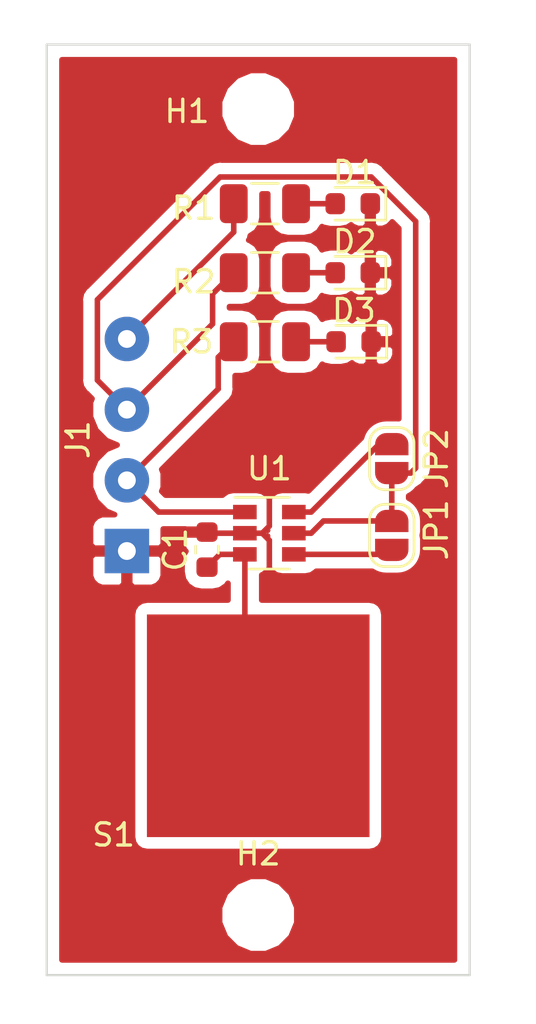
<source format=kicad_pcb>
(kicad_pcb (version 20171130) (host pcbnew 5.0.2-bee76a0~70~ubuntu18.04.1)

  (general
    (thickness 1.6)
    (drawings 4)
    (tracks 48)
    (zones 0)
    (modules 14)
    (nets 11)
  )

  (page A4)
  (layers
    (0 F.Cu signal)
    (31 B.Cu signal)
    (32 B.Adhes user)
    (33 F.Adhes user)
    (34 B.Paste user)
    (35 F.Paste user)
    (36 B.SilkS user)
    (37 F.SilkS user)
    (38 B.Mask user)
    (39 F.Mask user)
    (40 Dwgs.User user)
    (41 Cmts.User user)
    (42 Eco1.User user)
    (43 Eco2.User user)
    (44 Edge.Cuts user)
    (45 Margin user)
    (46 B.CrtYd user)
    (47 F.CrtYd user)
    (48 B.Fab user)
    (49 F.Fab user hide)
  )

  (setup
    (last_trace_width 0.25)
    (trace_clearance 0.2)
    (zone_clearance 0.508)
    (zone_45_only no)
    (trace_min 0.2)
    (segment_width 0.2)
    (edge_width 0.1)
    (via_size 0.8)
    (via_drill 0.4)
    (via_min_size 0.4)
    (via_min_drill 0.3)
    (uvia_size 0.3)
    (uvia_drill 0.1)
    (uvias_allowed no)
    (uvia_min_size 0.2)
    (uvia_min_drill 0.1)
    (pcb_text_width 0.3)
    (pcb_text_size 1.5 1.5)
    (mod_edge_width 0.15)
    (mod_text_size 1 1)
    (mod_text_width 0.15)
    (pad_size 10 10)
    (pad_drill 0)
    (pad_to_mask_clearance 0)
    (solder_mask_min_width 0.25)
    (aux_axis_origin 0 0)
    (visible_elements FFFFFF7F)
    (pcbplotparams
      (layerselection 0x010fc_ffffffff)
      (usegerberextensions true)
      (usegerberattributes false)
      (usegerberadvancedattributes false)
      (creategerberjobfile false)
      (excludeedgelayer true)
      (linewidth 0.100000)
      (plotframeref false)
      (viasonmask false)
      (mode 1)
      (useauxorigin false)
      (hpglpennumber 1)
      (hpglpenspeed 20)
      (hpglpendiameter 15.000000)
      (psnegative false)
      (psa4output false)
      (plotreference true)
      (plotvalue true)
      (plotinvisibletext false)
      (padsonsilk false)
      (subtractmaskfromsilk false)
      (outputformat 1)
      (mirror false)
      (drillshape 0)
      (scaleselection 1)
      (outputdirectory "Gerber/v1_5/"))
  )

  (net 0 "")
  (net 1 "Net-(C1-Pad1)")
  (net 2 "Net-(C1-Pad2)")
  (net 3 "Net-(D1-Pad2)")
  (net 4 "Net-(D2-Pad2)")
  (net 5 "Net-(D3-Pad2)")
  (net 6 "Net-(J1-Pad2)")
  (net 7 "Net-(J1-Pad3)")
  (net 8 "Net-(J1-Pad4)")
  (net 9 "Net-(JP1-Pad1)")
  (net 10 "Net-(JP2-Pad1)")

  (net_class Default "This is the default net class."
    (clearance 0.2)
    (trace_width 0.25)
    (via_dia 0.8)
    (via_drill 0.4)
    (uvia_dia 0.3)
    (uvia_drill 0.1)
    (add_net "Net-(C1-Pad1)")
    (add_net "Net-(C1-Pad2)")
    (add_net "Net-(D1-Pad2)")
    (add_net "Net-(D2-Pad2)")
    (add_net "Net-(D3-Pad2)")
    (add_net "Net-(J1-Pad2)")
    (add_net "Net-(J1-Pad3)")
    (add_net "Net-(J1-Pad4)")
    (add_net "Net-(JP1-Pad1)")
    (add_net "Net-(JP2-Pad1)")
  )

  (module Capacitor_SMD:C_0603_1608Metric (layer F.Cu) (tedit 5B301BBE) (tstamp 5D3586B3)
    (at 111.2 95.6875 90)
    (descr "Capacitor SMD 0603 (1608 Metric), square (rectangular) end terminal, IPC_7351 nominal, (Body size source: http://www.tortai-tech.com/upload/download/2011102023233369053.pdf), generated with kicad-footprint-generator")
    (tags capacitor)
    (path /5D357F6A)
    (attr smd)
    (fp_text reference C1 (at 0 -1.43 90) (layer F.SilkS)
      (effects (font (size 1 1) (thickness 0.15)))
    )
    (fp_text value 30pF (at 0 1.43 90) (layer F.Fab)
      (effects (font (size 1 1) (thickness 0.15)))
    )
    (fp_line (start -0.8 0.4) (end -0.8 -0.4) (layer F.Fab) (width 0.1))
    (fp_line (start -0.8 -0.4) (end 0.8 -0.4) (layer F.Fab) (width 0.1))
    (fp_line (start 0.8 -0.4) (end 0.8 0.4) (layer F.Fab) (width 0.1))
    (fp_line (start 0.8 0.4) (end -0.8 0.4) (layer F.Fab) (width 0.1))
    (fp_line (start -0.162779 -0.51) (end 0.162779 -0.51) (layer F.SilkS) (width 0.12))
    (fp_line (start -0.162779 0.51) (end 0.162779 0.51) (layer F.SilkS) (width 0.12))
    (fp_line (start -1.48 0.73) (end -1.48 -0.73) (layer F.CrtYd) (width 0.05))
    (fp_line (start -1.48 -0.73) (end 1.48 -0.73) (layer F.CrtYd) (width 0.05))
    (fp_line (start 1.48 -0.73) (end 1.48 0.73) (layer F.CrtYd) (width 0.05))
    (fp_line (start 1.48 0.73) (end -1.48 0.73) (layer F.CrtYd) (width 0.05))
    (fp_text user %R (at 0 0 90) (layer F.Fab)
      (effects (font (size 0.4 0.4) (thickness 0.06)))
    )
    (pad 1 smd roundrect (at -0.7875 0 90) (size 0.875 0.95) (layers F.Cu F.Paste F.Mask) (roundrect_rratio 0.25)
      (net 1 "Net-(C1-Pad1)"))
    (pad 2 smd roundrect (at 0.7875 0 90) (size 0.875 0.95) (layers F.Cu F.Paste F.Mask) (roundrect_rratio 0.25)
      (net 2 "Net-(C1-Pad2)"))
    (model ${KISYS3DMOD}/Capacitor_SMD.3dshapes/C_0603_1608Metric.wrl
      (at (xyz 0 0 0))
      (scale (xyz 1 1 1))
      (rotate (xyz 0 0 0))
    )
  )

  (module LED_SMD:LED_0603_1608Metric (layer F.Cu) (tedit 5B301BBE) (tstamp 5D3586C6)
    (at 117.7475 80.15 180)
    (descr "LED SMD 0603 (1608 Metric), square (rectangular) end terminal, IPC_7351 nominal, (Body size source: http://www.tortai-tech.com/upload/download/2011102023233369053.pdf), generated with kicad-footprint-generator")
    (tags diode)
    (path /5D354EE5)
    (attr smd)
    (fp_text reference D1 (at -0.0875 1.4 180) (layer F.SilkS)
      (effects (font (size 1 1) (thickness 0.15)))
    )
    (fp_text value LED_Small (at 0 1.43 180) (layer F.Fab)
      (effects (font (size 1 1) (thickness 0.15)))
    )
    (fp_line (start 0.8 -0.4) (end -0.5 -0.4) (layer F.Fab) (width 0.1))
    (fp_line (start -0.5 -0.4) (end -0.8 -0.1) (layer F.Fab) (width 0.1))
    (fp_line (start -0.8 -0.1) (end -0.8 0.4) (layer F.Fab) (width 0.1))
    (fp_line (start -0.8 0.4) (end 0.8 0.4) (layer F.Fab) (width 0.1))
    (fp_line (start 0.8 0.4) (end 0.8 -0.4) (layer F.Fab) (width 0.1))
    (fp_line (start 0.8 -0.735) (end -1.485 -0.735) (layer F.SilkS) (width 0.12))
    (fp_line (start -1.485 -0.735) (end -1.485 0.735) (layer F.SilkS) (width 0.12))
    (fp_line (start -1.485 0.735) (end 0.8 0.735) (layer F.SilkS) (width 0.12))
    (fp_line (start -1.48 0.73) (end -1.48 -0.73) (layer F.CrtYd) (width 0.05))
    (fp_line (start -1.48 -0.73) (end 1.48 -0.73) (layer F.CrtYd) (width 0.05))
    (fp_line (start 1.48 -0.73) (end 1.48 0.73) (layer F.CrtYd) (width 0.05))
    (fp_line (start 1.48 0.73) (end -1.48 0.73) (layer F.CrtYd) (width 0.05))
    (fp_text user %R (at 0 0 180) (layer F.Fab)
      (effects (font (size 0.4 0.4) (thickness 0.06)))
    )
    (pad 1 smd roundrect (at -0.7875 0 180) (size 0.875 0.95) (layers F.Cu F.Paste F.Mask) (roundrect_rratio 0.25)
      (net 2 "Net-(C1-Pad2)"))
    (pad 2 smd roundrect (at 0.7875 0 180) (size 0.875 0.95) (layers F.Cu F.Paste F.Mask) (roundrect_rratio 0.25)
      (net 3 "Net-(D1-Pad2)"))
    (model ${KISYS3DMOD}/LED_SMD.3dshapes/LED_0603_1608Metric.wrl
      (at (xyz 0 0 0))
      (scale (xyz 1 1 1))
      (rotate (xyz 0 0 0))
    )
  )

  (module LED_SMD:LED_0603_1608Metric (layer F.Cu) (tedit 5B301BBE) (tstamp 5D3586D9)
    (at 117.7475 83.25 180)
    (descr "LED SMD 0603 (1608 Metric), square (rectangular) end terminal, IPC_7351 nominal, (Body size source: http://www.tortai-tech.com/upload/download/2011102023233369053.pdf), generated with kicad-footprint-generator")
    (tags diode)
    (path /5D354FAC)
    (attr smd)
    (fp_text reference D2 (at -0.0875 1.4 180) (layer F.SilkS)
      (effects (font (size 1 1) (thickness 0.15)))
    )
    (fp_text value LED_Small (at 0 1.43 180) (layer F.Fab)
      (effects (font (size 1 1) (thickness 0.15)))
    )
    (fp_text user %R (at 0 0 180) (layer F.Fab)
      (effects (font (size 0.4 0.4) (thickness 0.06)))
    )
    (fp_line (start 1.48 0.73) (end -1.48 0.73) (layer F.CrtYd) (width 0.05))
    (fp_line (start 1.48 -0.73) (end 1.48 0.73) (layer F.CrtYd) (width 0.05))
    (fp_line (start -1.48 -0.73) (end 1.48 -0.73) (layer F.CrtYd) (width 0.05))
    (fp_line (start -1.48 0.73) (end -1.48 -0.73) (layer F.CrtYd) (width 0.05))
    (fp_line (start -1.485 0.735) (end 0.8 0.735) (layer F.SilkS) (width 0.12))
    (fp_line (start -1.485 -0.735) (end -1.485 0.735) (layer F.SilkS) (width 0.12))
    (fp_line (start 0.8 -0.735) (end -1.485 -0.735) (layer F.SilkS) (width 0.12))
    (fp_line (start 0.8 0.4) (end 0.8 -0.4) (layer F.Fab) (width 0.1))
    (fp_line (start -0.8 0.4) (end 0.8 0.4) (layer F.Fab) (width 0.1))
    (fp_line (start -0.8 -0.1) (end -0.8 0.4) (layer F.Fab) (width 0.1))
    (fp_line (start -0.5 -0.4) (end -0.8 -0.1) (layer F.Fab) (width 0.1))
    (fp_line (start 0.8 -0.4) (end -0.5 -0.4) (layer F.Fab) (width 0.1))
    (pad 2 smd roundrect (at 0.7875 0 180) (size 0.875 0.95) (layers F.Cu F.Paste F.Mask) (roundrect_rratio 0.25)
      (net 4 "Net-(D2-Pad2)"))
    (pad 1 smd roundrect (at -0.7875 0 180) (size 0.875 0.95) (layers F.Cu F.Paste F.Mask) (roundrect_rratio 0.25)
      (net 2 "Net-(C1-Pad2)"))
    (model ${KISYS3DMOD}/LED_SMD.3dshapes/LED_0603_1608Metric.wrl
      (at (xyz 0 0 0))
      (scale (xyz 1 1 1))
      (rotate (xyz 0 0 0))
    )
  )

  (module LED_SMD:LED_0603_1608Metric (layer F.Cu) (tedit 5B301BBE) (tstamp 5D3586EC)
    (at 117.7875 86.35 180)
    (descr "LED SMD 0603 (1608 Metric), square (rectangular) end terminal, IPC_7351 nominal, (Body size source: http://www.tortai-tech.com/upload/download/2011102023233369053.pdf), generated with kicad-footprint-generator")
    (tags diode)
    (path /5D35627F)
    (attr smd)
    (fp_text reference D3 (at -0.0125 1.4 180) (layer F.SilkS)
      (effects (font (size 1 1) (thickness 0.15)))
    )
    (fp_text value LED_Small (at 0 1.43 180) (layer F.Fab)
      (effects (font (size 1 1) (thickness 0.15)))
    )
    (fp_line (start 0.8 -0.4) (end -0.5 -0.4) (layer F.Fab) (width 0.1))
    (fp_line (start -0.5 -0.4) (end -0.8 -0.1) (layer F.Fab) (width 0.1))
    (fp_line (start -0.8 -0.1) (end -0.8 0.4) (layer F.Fab) (width 0.1))
    (fp_line (start -0.8 0.4) (end 0.8 0.4) (layer F.Fab) (width 0.1))
    (fp_line (start 0.8 0.4) (end 0.8 -0.4) (layer F.Fab) (width 0.1))
    (fp_line (start 0.8 -0.735) (end -1.485 -0.735) (layer F.SilkS) (width 0.12))
    (fp_line (start -1.485 -0.735) (end -1.485 0.735) (layer F.SilkS) (width 0.12))
    (fp_line (start -1.485 0.735) (end 0.8 0.735) (layer F.SilkS) (width 0.12))
    (fp_line (start -1.48 0.73) (end -1.48 -0.73) (layer F.CrtYd) (width 0.05))
    (fp_line (start -1.48 -0.73) (end 1.48 -0.73) (layer F.CrtYd) (width 0.05))
    (fp_line (start 1.48 -0.73) (end 1.48 0.73) (layer F.CrtYd) (width 0.05))
    (fp_line (start 1.48 0.73) (end -1.48 0.73) (layer F.CrtYd) (width 0.05))
    (fp_text user %R (at 0 0 180) (layer F.Fab)
      (effects (font (size 0.4 0.4) (thickness 0.06)))
    )
    (pad 1 smd roundrect (at -0.7875 0 180) (size 0.875 0.95) (layers F.Cu F.Paste F.Mask) (roundrect_rratio 0.25)
      (net 2 "Net-(C1-Pad2)"))
    (pad 2 smd roundrect (at 0.7875 0 180) (size 0.875 0.95) (layers F.Cu F.Paste F.Mask) (roundrect_rratio 0.25)
      (net 5 "Net-(D3-Pad2)"))
    (model ${KISYS3DMOD}/LED_SMD.3dshapes/LED_0603_1608Metric.wrl
      (at (xyz 0 0 0))
      (scale (xyz 1 1 1))
      (rotate (xyz 0 0 0))
    )
  )

  (module Connector_Wire:SolderWirePad_1x04_P3.175mm_Drill0.8mm (layer F.Cu) (tedit 5AEE5FAE) (tstamp 5D3586F9)
    (at 107.6 95.75 90)
    (descr "Wire solder connection")
    (tags connector)
    (path /5CC28BDB)
    (attr virtual)
    (fp_text reference J1 (at 5 -2.2 90) (layer F.SilkS)
      (effects (font (size 1 1) (thickness 0.15)))
    )
    (fp_text value Conn_01x04 (at 4.7625 3.175 90) (layer F.Fab)
      (effects (font (size 1 1) (thickness 0.15)))
    )
    (fp_text user %R (at 4.7625 0 90) (layer F.Fab)
      (effects (font (size 1 1) (thickness 0.15)))
    )
    (fp_line (start -1.5 -1.5) (end 11.02 -1.5) (layer F.CrtYd) (width 0.05))
    (fp_line (start -1.5 -1.5) (end -1.5 1.5) (layer F.CrtYd) (width 0.05))
    (fp_line (start 11.02 1.5) (end 11.02 -1.5) (layer F.CrtYd) (width 0.05))
    (fp_line (start 11.02 1.5) (end -1.5 1.5) (layer F.CrtYd) (width 0.05))
    (pad 1 thru_hole rect (at 0 0 90) (size 1.99898 1.99898) (drill 0.8001) (layers *.Cu *.Mask)
      (net 2 "Net-(C1-Pad2)"))
    (pad 2 thru_hole circle (at 3.175 0 90) (size 1.99898 1.99898) (drill 0.8001) (layers *.Cu *.Mask)
      (net 6 "Net-(J1-Pad2)"))
    (pad 3 thru_hole circle (at 6.35 0 90) (size 1.99898 1.99898) (drill 0.8001) (layers *.Cu *.Mask)
      (net 7 "Net-(J1-Pad3)"))
    (pad 4 thru_hole circle (at 9.525 0 90) (size 1.99898 1.99898) (drill 0.8001) (layers *.Cu *.Mask)
      (net 8 "Net-(J1-Pad4)"))
  )

  (module Jumper:SolderJumper-2_P1.3mm_Open_RoundedPad1.0x1.5mm (layer F.Cu) (tedit 5B391E66) (tstamp 5D35870B)
    (at 119.5 95.05 90)
    (descr "SMD Solder Jumper, 1x1.5mm, rounded Pads, 0.3mm gap, open")
    (tags "solder jumper open")
    (path /5D356FFC)
    (attr virtual)
    (fp_text reference JP1 (at 0.25 2 90) (layer F.SilkS)
      (effects (font (size 1 1) (thickness 0.15)))
    )
    (fp_text value SolderJumper_2_Open (at 0 1.9 90) (layer F.Fab)
      (effects (font (size 1 1) (thickness 0.15)))
    )
    (fp_arc (start 0.7 -0.3) (end 1.4 -0.3) (angle -90) (layer F.SilkS) (width 0.12))
    (fp_arc (start 0.7 0.3) (end 0.7 1) (angle -90) (layer F.SilkS) (width 0.12))
    (fp_arc (start -0.7 0.3) (end -1.4 0.3) (angle -90) (layer F.SilkS) (width 0.12))
    (fp_arc (start -0.7 -0.3) (end -0.7 -1) (angle -90) (layer F.SilkS) (width 0.12))
    (fp_line (start -1.4 0.3) (end -1.4 -0.3) (layer F.SilkS) (width 0.12))
    (fp_line (start 0.7 1) (end -0.7 1) (layer F.SilkS) (width 0.12))
    (fp_line (start 1.4 -0.3) (end 1.4 0.3) (layer F.SilkS) (width 0.12))
    (fp_line (start -0.7 -1) (end 0.7 -1) (layer F.SilkS) (width 0.12))
    (fp_line (start -1.65 -1.25) (end 1.65 -1.25) (layer F.CrtYd) (width 0.05))
    (fp_line (start -1.65 -1.25) (end -1.65 1.25) (layer F.CrtYd) (width 0.05))
    (fp_line (start 1.65 1.25) (end 1.65 -1.25) (layer F.CrtYd) (width 0.05))
    (fp_line (start 1.65 1.25) (end -1.65 1.25) (layer F.CrtYd) (width 0.05))
    (pad 1 smd custom (at -0.65 0 90) (size 1 0.5) (layers F.Cu F.Mask)
      (net 9 "Net-(JP1-Pad1)") (zone_connect 0)
      (options (clearance outline) (anchor rect))
      (primitives
        (gr_circle (center 0 0.25) (end 0.5 0.25) (width 0))
        (gr_circle (center 0 -0.25) (end 0.5 -0.25) (width 0))
        (gr_poly (pts
           (xy 0 -0.75) (xy 0.5 -0.75) (xy 0.5 0.75) (xy 0 0.75)) (width 0))
      ))
    (pad 2 smd custom (at 0.65 0 90) (size 1 0.5) (layers F.Cu F.Mask)
      (net 7 "Net-(J1-Pad3)") (zone_connect 0)
      (options (clearance outline) (anchor rect))
      (primitives
        (gr_circle (center 0 0.25) (end 0.5 0.25) (width 0))
        (gr_circle (center 0 -0.25) (end 0.5 -0.25) (width 0))
        (gr_poly (pts
           (xy 0 -0.75) (xy -0.5 -0.75) (xy -0.5 0.75) (xy 0 0.75)) (width 0))
      ))
  )

  (module Jumper:SolderJumper-2_P1.3mm_Open_RoundedPad1.0x1.5mm (layer F.Cu) (tedit 5B391E66) (tstamp 5D35871D)
    (at 119.5 91.6 270)
    (descr "SMD Solder Jumper, 1x1.5mm, rounded Pads, 0.3mm gap, open")
    (tags "solder jumper open")
    (path /5D357067)
    (attr virtual)
    (fp_text reference JP2 (at 0 -2 270) (layer F.SilkS)
      (effects (font (size 1 1) (thickness 0.15)))
    )
    (fp_text value SolderJumper_2_Open (at 0 1.9 270) (layer F.Fab)
      (effects (font (size 1 1) (thickness 0.15)))
    )
    (fp_line (start 1.65 1.25) (end -1.65 1.25) (layer F.CrtYd) (width 0.05))
    (fp_line (start 1.65 1.25) (end 1.65 -1.25) (layer F.CrtYd) (width 0.05))
    (fp_line (start -1.65 -1.25) (end -1.65 1.25) (layer F.CrtYd) (width 0.05))
    (fp_line (start -1.65 -1.25) (end 1.65 -1.25) (layer F.CrtYd) (width 0.05))
    (fp_line (start -0.7 -1) (end 0.7 -1) (layer F.SilkS) (width 0.12))
    (fp_line (start 1.4 -0.3) (end 1.4 0.3) (layer F.SilkS) (width 0.12))
    (fp_line (start 0.7 1) (end -0.7 1) (layer F.SilkS) (width 0.12))
    (fp_line (start -1.4 0.3) (end -1.4 -0.3) (layer F.SilkS) (width 0.12))
    (fp_arc (start -0.7 -0.3) (end -0.7 -1) (angle -90) (layer F.SilkS) (width 0.12))
    (fp_arc (start -0.7 0.3) (end -1.4 0.3) (angle -90) (layer F.SilkS) (width 0.12))
    (fp_arc (start 0.7 0.3) (end 0.7 1) (angle -90) (layer F.SilkS) (width 0.12))
    (fp_arc (start 0.7 -0.3) (end 1.4 -0.3) (angle -90) (layer F.SilkS) (width 0.12))
    (pad 2 smd custom (at 0.65 0 270) (size 1 0.5) (layers F.Cu F.Mask)
      (net 7 "Net-(J1-Pad3)") (zone_connect 0)
      (options (clearance outline) (anchor rect))
      (primitives
        (gr_circle (center 0 0.25) (end 0.5 0.25) (width 0))
        (gr_circle (center 0 -0.25) (end 0.5 -0.25) (width 0))
        (gr_poly (pts
           (xy 0 -0.75) (xy -0.5 -0.75) (xy -0.5 0.75) (xy 0 0.75)) (width 0))
      ))
    (pad 1 smd custom (at -0.65 0 270) (size 1 0.5) (layers F.Cu F.Mask)
      (net 10 "Net-(JP2-Pad1)") (zone_connect 0)
      (options (clearance outline) (anchor rect))
      (primitives
        (gr_circle (center 0 0.25) (end 0.5 0.25) (width 0))
        (gr_circle (center 0 -0.25) (end 0.5 -0.25) (width 0))
        (gr_poly (pts
           (xy 0 -0.75) (xy 0.5 -0.75) (xy 0.5 0.75) (xy 0 0.75)) (width 0))
      ))
  )

  (module Resistor_SMD:R_1206_3216Metric (layer F.Cu) (tedit 5B301BBD) (tstamp 5D35872E)
    (at 113.8 80.15)
    (descr "Resistor SMD 1206 (3216 Metric), square (rectangular) end terminal, IPC_7351 nominal, (Body size source: http://www.tortai-tech.com/upload/download/2011102023233369053.pdf), generated with kicad-footprint-generator")
    (tags resistor)
    (path /5CF9F5F0)
    (attr smd)
    (fp_text reference R1 (at -3.2 0.2) (layer F.SilkS)
      (effects (font (size 1 1) (thickness 0.15)))
    )
    (fp_text value 150R (at 0 1.82) (layer F.Fab)
      (effects (font (size 1 1) (thickness 0.15)))
    )
    (fp_line (start -1.6 0.8) (end -1.6 -0.8) (layer F.Fab) (width 0.1))
    (fp_line (start -1.6 -0.8) (end 1.6 -0.8) (layer F.Fab) (width 0.1))
    (fp_line (start 1.6 -0.8) (end 1.6 0.8) (layer F.Fab) (width 0.1))
    (fp_line (start 1.6 0.8) (end -1.6 0.8) (layer F.Fab) (width 0.1))
    (fp_line (start -0.602064 -0.91) (end 0.602064 -0.91) (layer F.SilkS) (width 0.12))
    (fp_line (start -0.602064 0.91) (end 0.602064 0.91) (layer F.SilkS) (width 0.12))
    (fp_line (start -2.28 1.12) (end -2.28 -1.12) (layer F.CrtYd) (width 0.05))
    (fp_line (start -2.28 -1.12) (end 2.28 -1.12) (layer F.CrtYd) (width 0.05))
    (fp_line (start 2.28 -1.12) (end 2.28 1.12) (layer F.CrtYd) (width 0.05))
    (fp_line (start 2.28 1.12) (end -2.28 1.12) (layer F.CrtYd) (width 0.05))
    (fp_text user %R (at 0 0) (layer F.Fab)
      (effects (font (size 0.8 0.8) (thickness 0.12)))
    )
    (pad 1 smd roundrect (at -1.4 0) (size 1.25 1.75) (layers F.Cu F.Paste F.Mask) (roundrect_rratio 0.2)
      (net 8 "Net-(J1-Pad4)"))
    (pad 2 smd roundrect (at 1.4 0) (size 1.25 1.75) (layers F.Cu F.Paste F.Mask) (roundrect_rratio 0.2)
      (net 3 "Net-(D1-Pad2)"))
    (model ${KISYS3DMOD}/Resistor_SMD.3dshapes/R_1206_3216Metric.wrl
      (at (xyz 0 0 0))
      (scale (xyz 1 1 1))
      (rotate (xyz 0 0 0))
    )
  )

  (module Resistor_SMD:R_1206_3216Metric (layer F.Cu) (tedit 5B301BBD) (tstamp 5D35873F)
    (at 113.8 83.25)
    (descr "Resistor SMD 1206 (3216 Metric), square (rectangular) end terminal, IPC_7351 nominal, (Body size source: http://www.tortai-tech.com/upload/download/2011102023233369053.pdf), generated with kicad-footprint-generator")
    (tags resistor)
    (path /5CF9F9D8)
    (attr smd)
    (fp_text reference R2 (at -3.2 0.4) (layer F.SilkS)
      (effects (font (size 1 1) (thickness 0.15)))
    )
    (fp_text value 150R (at 0 1.82) (layer F.Fab)
      (effects (font (size 1 1) (thickness 0.15)))
    )
    (fp_text user %R (at 0 0) (layer F.Fab)
      (effects (font (size 0.8 0.8) (thickness 0.12)))
    )
    (fp_line (start 2.28 1.12) (end -2.28 1.12) (layer F.CrtYd) (width 0.05))
    (fp_line (start 2.28 -1.12) (end 2.28 1.12) (layer F.CrtYd) (width 0.05))
    (fp_line (start -2.28 -1.12) (end 2.28 -1.12) (layer F.CrtYd) (width 0.05))
    (fp_line (start -2.28 1.12) (end -2.28 -1.12) (layer F.CrtYd) (width 0.05))
    (fp_line (start -0.602064 0.91) (end 0.602064 0.91) (layer F.SilkS) (width 0.12))
    (fp_line (start -0.602064 -0.91) (end 0.602064 -0.91) (layer F.SilkS) (width 0.12))
    (fp_line (start 1.6 0.8) (end -1.6 0.8) (layer F.Fab) (width 0.1))
    (fp_line (start 1.6 -0.8) (end 1.6 0.8) (layer F.Fab) (width 0.1))
    (fp_line (start -1.6 -0.8) (end 1.6 -0.8) (layer F.Fab) (width 0.1))
    (fp_line (start -1.6 0.8) (end -1.6 -0.8) (layer F.Fab) (width 0.1))
    (pad 2 smd roundrect (at 1.4 0) (size 1.25 1.75) (layers F.Cu F.Paste F.Mask) (roundrect_rratio 0.2)
      (net 4 "Net-(D2-Pad2)"))
    (pad 1 smd roundrect (at -1.4 0) (size 1.25 1.75) (layers F.Cu F.Paste F.Mask) (roundrect_rratio 0.2)
      (net 7 "Net-(J1-Pad3)"))
    (model ${KISYS3DMOD}/Resistor_SMD.3dshapes/R_1206_3216Metric.wrl
      (at (xyz 0 0 0))
      (scale (xyz 1 1 1))
      (rotate (xyz 0 0 0))
    )
  )

  (module Resistor_SMD:R_1206_3216Metric (layer F.Cu) (tedit 5B301BBD) (tstamp 5D358750)
    (at 113.8 86.35)
    (descr "Resistor SMD 1206 (3216 Metric), square (rectangular) end terminal, IPC_7351 nominal, (Body size source: http://www.tortai-tech.com/upload/download/2011102023233369053.pdf), generated with kicad-footprint-generator")
    (tags resistor)
    (path /5D356277)
    (attr smd)
    (fp_text reference R3 (at -3.3 0) (layer F.SilkS)
      (effects (font (size 1 1) (thickness 0.15)))
    )
    (fp_text value 150R (at 0 1.82) (layer F.Fab)
      (effects (font (size 1 1) (thickness 0.15)))
    )
    (fp_line (start -1.6 0.8) (end -1.6 -0.8) (layer F.Fab) (width 0.1))
    (fp_line (start -1.6 -0.8) (end 1.6 -0.8) (layer F.Fab) (width 0.1))
    (fp_line (start 1.6 -0.8) (end 1.6 0.8) (layer F.Fab) (width 0.1))
    (fp_line (start 1.6 0.8) (end -1.6 0.8) (layer F.Fab) (width 0.1))
    (fp_line (start -0.602064 -0.91) (end 0.602064 -0.91) (layer F.SilkS) (width 0.12))
    (fp_line (start -0.602064 0.91) (end 0.602064 0.91) (layer F.SilkS) (width 0.12))
    (fp_line (start -2.28 1.12) (end -2.28 -1.12) (layer F.CrtYd) (width 0.05))
    (fp_line (start -2.28 -1.12) (end 2.28 -1.12) (layer F.CrtYd) (width 0.05))
    (fp_line (start 2.28 -1.12) (end 2.28 1.12) (layer F.CrtYd) (width 0.05))
    (fp_line (start 2.28 1.12) (end -2.28 1.12) (layer F.CrtYd) (width 0.05))
    (fp_text user %R (at 0 0) (layer F.Fab)
      (effects (font (size 0.8 0.8) (thickness 0.12)))
    )
    (pad 1 smd roundrect (at -1.4 0) (size 1.25 1.75) (layers F.Cu F.Paste F.Mask) (roundrect_rratio 0.2)
      (net 6 "Net-(J1-Pad2)"))
    (pad 2 smd roundrect (at 1.4 0) (size 1.25 1.75) (layers F.Cu F.Paste F.Mask) (roundrect_rratio 0.2)
      (net 5 "Net-(D3-Pad2)"))
    (model ${KISYS3DMOD}/Resistor_SMD.3dshapes/R_1206_3216Metric.wrl
      (at (xyz 0 0 0))
      (scale (xyz 1 1 1))
      (rotate (xyz 0 0 0))
    )
  )

  (module Package_TO_SOT_SMD:SOT-23-6 (layer F.Cu) (tedit 5A02FF57) (tstamp 5D358770)
    (at 114 94.95)
    (descr "6-pin SOT-23 package")
    (tags SOT-23-6)
    (path /5D355C7E)
    (attr smd)
    (fp_text reference U1 (at 0 -2.9) (layer F.SilkS)
      (effects (font (size 1 1) (thickness 0.15)))
    )
    (fp_text value TTP223 (at 0 2.9) (layer F.Fab)
      (effects (font (size 1 1) (thickness 0.15)))
    )
    (fp_text user %R (at 0 0 90) (layer F.Fab)
      (effects (font (size 0.5 0.5) (thickness 0.075)))
    )
    (fp_line (start -0.9 1.61) (end 0.9 1.61) (layer F.SilkS) (width 0.12))
    (fp_line (start 0.9 -1.61) (end -1.55 -1.61) (layer F.SilkS) (width 0.12))
    (fp_line (start 1.9 -1.8) (end -1.9 -1.8) (layer F.CrtYd) (width 0.05))
    (fp_line (start 1.9 1.8) (end 1.9 -1.8) (layer F.CrtYd) (width 0.05))
    (fp_line (start -1.9 1.8) (end 1.9 1.8) (layer F.CrtYd) (width 0.05))
    (fp_line (start -1.9 -1.8) (end -1.9 1.8) (layer F.CrtYd) (width 0.05))
    (fp_line (start -0.9 -0.9) (end -0.25 -1.55) (layer F.Fab) (width 0.1))
    (fp_line (start 0.9 -1.55) (end -0.25 -1.55) (layer F.Fab) (width 0.1))
    (fp_line (start -0.9 -0.9) (end -0.9 1.55) (layer F.Fab) (width 0.1))
    (fp_line (start 0.9 1.55) (end -0.9 1.55) (layer F.Fab) (width 0.1))
    (fp_line (start 0.9 -1.55) (end 0.9 1.55) (layer F.Fab) (width 0.1))
    (pad 1 smd rect (at -1.1 -0.95) (size 1.06 0.65) (layers F.Cu F.Paste F.Mask)
      (net 6 "Net-(J1-Pad2)"))
    (pad 2 smd rect (at -1.1 0) (size 1.06 0.65) (layers F.Cu F.Paste F.Mask)
      (net 2 "Net-(C1-Pad2)"))
    (pad 3 smd rect (at -1.1 0.95) (size 1.06 0.65) (layers F.Cu F.Paste F.Mask)
      (net 1 "Net-(C1-Pad1)"))
    (pad 4 smd rect (at 1.1 0.95) (size 1.06 0.65) (layers F.Cu F.Paste F.Mask)
      (net 9 "Net-(JP1-Pad1)"))
    (pad 6 smd rect (at 1.1 -0.95) (size 1.06 0.65) (layers F.Cu F.Paste F.Mask)
      (net 10 "Net-(JP2-Pad1)"))
    (pad 5 smd rect (at 1.1 0) (size 1.06 0.65) (layers F.Cu F.Paste F.Mask)
      (net 7 "Net-(J1-Pad3)"))
    (model ${KISYS3DMOD}/Package_TO_SOT_SMD.3dshapes/SOT-23-6.wrl
      (at (xyz 0 0 0))
      (scale (xyz 1 1 1))
      (rotate (xyz 0 0 0))
    )
  )

  (module mylib:Touch_pad_10x10mm (layer F.Cu) (tedit 5D359175) (tstamp 5D3595C4)
    (at 113.5 103.6)
    (path /5D358A76)
    (fp_text reference S1 (at -6.5 4.9) (layer F.SilkS)
      (effects (font (size 1 1) (thickness 0.15)))
    )
    (fp_text value Solder_pad (at 2.35 6.5) (layer F.Fab)
      (effects (font (size 1 1) (thickness 0.15)))
    )
    (fp_line (start -5.5 -5.5) (end 5.55 -5.5) (layer F.CrtYd) (width 0.15))
    (fp_line (start 5.55 -5.5) (end 5.55 5.5) (layer F.CrtYd) (width 0.15))
    (fp_line (start 5.55 5.5) (end -5.55 5.5) (layer F.CrtYd) (width 0.15))
    (fp_line (start -5.55 5.5) (end -5.55 -5.5) (layer F.CrtYd) (width 0.15))
    (pad 1 smd rect (at 0 0) (size 10 10) (layers F.Cu F.Paste F.Mask)
      (net 1 "Net-(C1-Pad1)"))
  )

  (module MountingHole:MountingHole_2.2mm_M2_ISO7380 (layer F.Cu) (tedit 56D1B4CB) (tstamp 5D3594E5)
    (at 113.5 75.9)
    (descr "Mounting Hole 2.2mm, no annular, M2, ISO7380")
    (tags "mounting hole 2.2mm no annular m2 iso7380")
    (path /5D35982E)
    (attr virtual)
    (fp_text reference H1 (at -3.2 0.1) (layer F.SilkS)
      (effects (font (size 1 1) (thickness 0.15)))
    )
    (fp_text value MountingHole (at 0 2.75) (layer F.Fab)
      (effects (font (size 1 1) (thickness 0.15)))
    )
    (fp_text user %R (at 0.3 0) (layer F.Fab)
      (effects (font (size 1 1) (thickness 0.15)))
    )
    (fp_circle (center 0 0) (end 1.75 0) (layer Cmts.User) (width 0.15))
    (fp_circle (center 0 0) (end 2 0) (layer F.CrtYd) (width 0.05))
    (pad 1 np_thru_hole circle (at 0 0) (size 2.2 2.2) (drill 2.2) (layers *.Cu *.Mask))
  )

  (module MountingHole:MountingHole_2.2mm_M2_ISO7380 (layer F.Cu) (tedit 56D1B4CB) (tstamp 5D35953F)
    (at 113.5 112.1)
    (descr "Mounting Hole 2.2mm, no annular, M2, ISO7380")
    (tags "mounting hole 2.2mm no annular m2 iso7380")
    (path /5D35992F)
    (attr virtual)
    (fp_text reference H2 (at 0 -2.75) (layer F.SilkS)
      (effects (font (size 1 1) (thickness 0.15)))
    )
    (fp_text value MountingHole (at 0 2.75) (layer F.Fab)
      (effects (font (size 1 1) (thickness 0.15)))
    )
    (fp_circle (center 0 0) (end 2 0) (layer F.CrtYd) (width 0.05))
    (fp_circle (center 0 0) (end 1.75 0) (layer Cmts.User) (width 0.15))
    (fp_text user %R (at 0.3 0) (layer F.Fab)
      (effects (font (size 1 1) (thickness 0.15)))
    )
    (pad 1 np_thru_hole circle (at 0 0) (size 2.2 2.2) (drill 2.2) (layers *.Cu *.Mask))
  )

  (gr_line (start 123 73) (end 123 114.8) (layer Edge.Cuts) (width 0.1))
  (gr_line (start 104 73) (end 123 73) (layer Edge.Cuts) (width 0.1))
  (gr_line (start 104 114.8) (end 104 73) (layer Edge.Cuts) (width 0.1))
  (gr_line (start 123 114.8) (end 104 114.8) (layer Edge.Cuts) (width 0.1))

  (segment (start 111.775 95.9) (end 111.2 96.475) (width 0.25) (layer F.Cu) (net 1))
  (segment (start 112.9 95.9) (end 111.775 95.9) (width 0.25) (layer F.Cu) (net 1))
  (segment (start 113.1 100.4) (end 115.4 102.7) (width 0.25) (layer F.Cu) (net 1))
  (segment (start 112.9 95.9) (end 112.9 102.15) (width 0.25) (layer F.Cu) (net 1))
  (segment (start 118.535 80.15) (end 118.535 80.725) (width 0.25) (layer F.Cu) (net 2))
  (segment (start 118.535 86.31) (end 118.575 86.35) (width 0.25) (layer F.Cu) (net 2))
  (segment (start 111.25 94.95) (end 111.2 94.9) (width 0.25) (layer F.Cu) (net 2))
  (segment (start 112.9 94.95) (end 111.25 94.95) (width 0.25) (layer F.Cu) (net 2))
  (segment (start 112.9 94.95) (end 113.390002 94.95) (width 0.25) (layer F.Cu) (net 2))
  (segment (start 113.68 94.95) (end 114 95.27) (width 0.25) (layer F.Cu) (net 2))
  (segment (start 112.9 94.95) (end 113.68 94.95) (width 0.25) (layer F.Cu) (net 2))
  (segment (start 114 95.27) (end 114 96.7) (width 0.25) (layer F.Cu) (net 2))
  (segment (start 114 96.7) (end 114.2 96.9) (width 0.25) (layer F.Cu) (net 2))
  (segment (start 113.68 94.95) (end 114 94.63) (width 0.25) (layer F.Cu) (net 2))
  (segment (start 114 94.63) (end 114 93.4) (width 0.25) (layer F.Cu) (net 2))
  (segment (start 115.2 80.15) (end 116.96 80.15) (width 0.25) (layer F.Cu) (net 3))
  (segment (start 115.2 83.25) (end 116.96 83.25) (width 0.25) (layer F.Cu) (net 4))
  (segment (start 115.2 86.35) (end 117 86.35) (width 0.25) (layer F.Cu) (net 5))
  (segment (start 108.599489 91.575511) (end 107.6 92.575) (width 0.25) (layer F.Cu) (net 6))
  (segment (start 111.70429 88.47071) (end 108.599489 91.575511) (width 0.25) (layer F.Cu) (net 6))
  (segment (start 111.70429 87.04571) (end 111.70429 88.47071) (width 0.25) (layer F.Cu) (net 6))
  (segment (start 112.4 86.35) (end 111.70429 87.04571) (width 0.25) (layer F.Cu) (net 6))
  (segment (start 109.025 94) (end 112.9 94) (width 0.25) (layer F.Cu) (net 6))
  (segment (start 107.6 92.575) (end 109.025 94) (width 0.25) (layer F.Cu) (net 6))
  (segment (start 118.652408 94.4) (end 119.5 94.4) (width 0.25) (layer F.Cu) (net 7))
  (segment (start 116.43 94.4) (end 118.652408 94.4) (width 0.25) (layer F.Cu) (net 7))
  (segment (start 115.88 94.95) (end 116.43 94.4) (width 0.25) (layer F.Cu) (net 7))
  (segment (start 115.1 94.95) (end 115.88 94.95) (width 0.25) (layer F.Cu) (net 7))
  (segment (start 119.5 92.25) (end 119.5 94.4) (width 0.25) (layer F.Cu) (net 7))
  (segment (start 108.599489 88.400511) (end 107.6 89.4) (width 0.25) (layer F.Cu) (net 7))
  (segment (start 111.44999 85.55001) (end 108.599489 88.400511) (width 0.25) (layer F.Cu) (net 7))
  (segment (start 111.44999 84.20001) (end 111.44999 85.55001) (width 0.25) (layer F.Cu) (net 7))
  (segment (start 112.4 83.25) (end 111.44999 84.20001) (width 0.25) (layer F.Cu) (net 7))
  (segment (start 120.57501 92.022582) (end 120.347592 92.25) (width 0.25) (layer F.Cu) (net 7))
  (segment (start 120.57501 80.946016) (end 120.57501 92.022582) (width 0.25) (layer F.Cu) (net 7))
  (segment (start 118.578984 78.94999) (end 120.57501 80.946016) (width 0.25) (layer F.Cu) (net 7))
  (segment (start 120.347592 92.25) (end 119.5 92.25) (width 0.25) (layer F.Cu) (net 7))
  (segment (start 111.78682 78.94999) (end 118.578984 78.94999) (width 0.25) (layer F.Cu) (net 7))
  (segment (start 106.275509 84.461301) (end 111.78682 78.94999) (width 0.25) (layer F.Cu) (net 7))
  (segment (start 106.275509 88.075509) (end 106.275509 84.461301) (width 0.25) (layer F.Cu) (net 7))
  (segment (start 107.6 89.4) (end 106.275509 88.075509) (width 0.25) (layer F.Cu) (net 7))
  (segment (start 112.4 81.425) (end 112.4 80.15) (width 0.25) (layer F.Cu) (net 8))
  (segment (start 107.6 86.225) (end 112.4 81.425) (width 0.25) (layer F.Cu) (net 8))
  (segment (start 119.3 95.9) (end 119.5 95.7) (width 0.25) (layer F.Cu) (net 9))
  (segment (start 115.1 95.9) (end 119.3 95.9) (width 0.25) (layer F.Cu) (net 9))
  (segment (start 118.93 90.95) (end 119.5 90.95) (width 0.25) (layer F.Cu) (net 10))
  (segment (start 115.88 94) (end 118.93 90.95) (width 0.25) (layer F.Cu) (net 10))
  (segment (start 115.1 94) (end 115.88 94) (width 0.25) (layer F.Cu) (net 10))

  (zone (net 2) (net_name "Net-(C1-Pad2)") (layer F.Cu) (tstamp 5D3AECF8) (hatch edge 0.508)
    (connect_pads (clearance 0.508))
    (min_thickness 0.254)
    (fill yes (arc_segments 16) (thermal_gap 0.508) (thermal_bridge_width 0.508))
    (polygon
      (pts
        (xy 102.1 71) (xy 125.9 71) (xy 126 117) (xy 101.9 116.9)
      )
    )
    (filled_polygon
      (pts
        (xy 122.315001 114.115) (xy 104.685 114.115) (xy 104.685 111.754887) (xy 111.765 111.754887) (xy 111.765 112.445113)
        (xy 112.029138 113.082799) (xy 112.517201 113.570862) (xy 113.154887 113.835) (xy 113.845113 113.835) (xy 114.482799 113.570862)
        (xy 114.970862 113.082799) (xy 115.235 112.445113) (xy 115.235 111.754887) (xy 114.970862 111.117201) (xy 114.482799 110.629138)
        (xy 113.845113 110.365) (xy 113.154887 110.365) (xy 112.517201 110.629138) (xy 112.029138 111.117201) (xy 111.765 111.754887)
        (xy 104.685 111.754887) (xy 104.685 96.03575) (xy 105.96551 96.03575) (xy 105.96551 96.875799) (xy 106.062183 97.109188)
        (xy 106.240811 97.287817) (xy 106.4742 97.38449) (xy 107.31425 97.38449) (xy 107.473 97.22574) (xy 107.473 95.877)
        (xy 107.727 95.877) (xy 107.727 97.22574) (xy 107.88575 97.38449) (xy 108.7258 97.38449) (xy 108.959189 97.287817)
        (xy 109.137817 97.109188) (xy 109.23449 96.875799) (xy 109.23449 96.03575) (xy 109.07574 95.877) (xy 107.727 95.877)
        (xy 107.473 95.877) (xy 106.12426 95.877) (xy 105.96551 96.03575) (xy 104.685 96.03575) (xy 104.685 84.461301)
        (xy 105.500621 84.461301) (xy 105.51551 84.536153) (xy 105.515509 88.000662) (xy 105.500621 88.075509) (xy 105.515509 88.150356)
        (xy 105.515509 88.15036) (xy 105.559605 88.372045) (xy 105.72758 88.623438) (xy 105.791039 88.66584) (xy 106.034214 88.909015)
        (xy 105.96551 89.07488) (xy 105.96551 89.72512) (xy 106.214346 90.325864) (xy 106.674136 90.785654) (xy 107.161436 90.9875)
        (xy 106.674136 91.189346) (xy 106.214346 91.649136) (xy 105.96551 92.24988) (xy 105.96551 92.90012) (xy 106.214346 93.500864)
        (xy 106.674136 93.960654) (xy 107.047992 94.11551) (xy 106.4742 94.11551) (xy 106.240811 94.212183) (xy 106.062183 94.390812)
        (xy 105.96551 94.624201) (xy 105.96551 95.46425) (xy 106.12426 95.623) (xy 107.473 95.623) (xy 107.473 95.603)
        (xy 107.727 95.603) (xy 107.727 95.623) (xy 109.07574 95.623) (xy 109.23449 95.46425) (xy 109.23449 94.76)
        (xy 110.23575 94.76) (xy 110.24875 94.773) (xy 111.073 94.773) (xy 111.073 94.76) (xy 111.327 94.76)
        (xy 111.327 94.773) (xy 111.347 94.773) (xy 111.347 95.027) (xy 111.327 95.027) (xy 111.327 95.047)
        (xy 111.073 95.047) (xy 111.073 95.027) (xy 110.24875 95.027) (xy 110.09 95.18575) (xy 110.09 95.463809)
        (xy 110.186673 95.697198) (xy 110.251943 95.762469) (xy 110.143495 95.924773) (xy 110.07756 96.25625) (xy 110.07756 96.69375)
        (xy 110.143495 97.025227) (xy 110.331261 97.306239) (xy 110.612273 97.494005) (xy 110.94375 97.55994) (xy 111.45625 97.55994)
        (xy 111.787727 97.494005) (xy 112.068739 97.306239) (xy 112.14 97.199589) (xy 112.14 97.95256) (xy 108.5 97.95256)
        (xy 108.252235 98.001843) (xy 108.042191 98.142191) (xy 107.901843 98.352235) (xy 107.85256 98.6) (xy 107.85256 108.6)
        (xy 107.901843 108.847765) (xy 108.042191 109.057809) (xy 108.252235 109.198157) (xy 108.5 109.24744) (xy 118.5 109.24744)
        (xy 118.747765 109.198157) (xy 118.957809 109.057809) (xy 119.098157 108.847765) (xy 119.14744 108.6) (xy 119.14744 98.6)
        (xy 119.098157 98.352235) (xy 118.957809 98.142191) (xy 118.747765 98.001843) (xy 118.5 97.95256) (xy 113.66 97.95256)
        (xy 113.66 96.826691) (xy 113.677765 96.823157) (xy 113.887809 96.682809) (xy 114 96.514905) (xy 114.112191 96.682809)
        (xy 114.322235 96.823157) (xy 114.57 96.87244) (xy 115.63 96.87244) (xy 115.877765 96.823157) (xy 116.087809 96.682809)
        (xy 116.10305 96.66) (xy 118.625738 96.66) (xy 118.654603 96.679287) (xy 118.76654 96.739119) (xy 118.857096 96.776628)
        (xy 118.978549 96.81347) (xy 119.074682 96.832592) (xy 119.200991 96.845032) (xy 119.237894 96.845032) (xy 119.25 96.84744)
        (xy 119.75 96.84744) (xy 119.762106 96.845032) (xy 119.799009 96.845032) (xy 119.925318 96.832592) (xy 120.021451 96.81347)
        (xy 120.142904 96.776628) (xy 120.23346 96.739119) (xy 120.345397 96.679287) (xy 120.426896 96.624831) (xy 120.525006 96.544314)
        (xy 120.594314 96.475006) (xy 120.674831 96.376896) (xy 120.729287 96.295397) (xy 120.789119 96.18346) (xy 120.826628 96.092904)
        (xy 120.86347 95.971451) (xy 120.882592 95.875318) (xy 120.895032 95.749009) (xy 120.895032 95.712106) (xy 120.89744 95.7)
        (xy 120.89744 95.2) (xy 120.867603 95.05) (xy 120.89744 94.9) (xy 120.89744 94.4) (xy 120.895032 94.387894)
        (xy 120.895032 94.350991) (xy 120.882592 94.224682) (xy 120.86347 94.128549) (xy 120.826628 94.007096) (xy 120.789119 93.91654)
        (xy 120.729287 93.804603) (xy 120.674831 93.723104) (xy 120.594314 93.624994) (xy 120.525006 93.555686) (xy 120.426896 93.475169)
        (xy 120.345397 93.420713) (xy 120.26 93.375067) (xy 120.26 93.274933) (xy 120.345397 93.229287) (xy 120.426896 93.174831)
        (xy 120.525006 93.094314) (xy 120.594314 93.025006) (xy 120.642562 92.966216) (xy 120.644129 92.965904) (xy 120.895521 92.797929)
        (xy 120.937923 92.73447) (xy 121.05948 92.612913) (xy 121.122939 92.570511) (xy 121.290914 92.319119) (xy 121.33501 92.097434)
        (xy 121.33501 92.09743) (xy 121.349898 92.022582) (xy 121.33501 91.947734) (xy 121.33501 81.020862) (xy 121.349898 80.946015)
        (xy 121.33501 80.871168) (xy 121.33501 80.871164) (xy 121.290914 80.649479) (xy 121.122939 80.398087) (xy 121.059483 80.355687)
        (xy 119.169315 78.46552) (xy 119.126913 78.402061) (xy 118.875521 78.234086) (xy 118.653836 78.18999) (xy 118.653831 78.18999)
        (xy 118.578984 78.175102) (xy 118.504137 78.18999) (xy 111.861668 78.18999) (xy 111.78682 78.175102) (xy 111.711972 78.18999)
        (xy 111.711968 78.18999) (xy 111.538425 78.22451) (xy 111.490282 78.234086) (xy 111.303238 78.359066) (xy 111.238891 78.402061)
        (xy 111.196491 78.465517) (xy 105.791037 83.870972) (xy 105.727581 83.913372) (xy 105.685181 83.976828) (xy 105.68518 83.976829)
        (xy 105.559606 84.164764) (xy 105.500621 84.461301) (xy 104.685 84.461301) (xy 104.685 75.554887) (xy 111.765 75.554887)
        (xy 111.765 76.245113) (xy 112.029138 76.882799) (xy 112.517201 77.370862) (xy 113.154887 77.635) (xy 113.845113 77.635)
        (xy 114.482799 77.370862) (xy 114.970862 76.882799) (xy 115.235 76.245113) (xy 115.235 75.554887) (xy 114.970862 74.917201)
        (xy 114.482799 74.429138) (xy 113.845113 74.165) (xy 113.154887 74.165) (xy 112.517201 74.429138) (xy 112.029138 74.917201)
        (xy 111.765 75.554887) (xy 104.685 75.554887) (xy 104.685 73.685) (xy 122.315 73.685)
      )
    )
    (filled_polygon
      (pts
        (xy 113.92256 95.09331) (xy 113.906252 95.077002) (xy 113.92256 95.077002)
      )
    )
    (filled_polygon
      (pts
        (xy 113.92256 94.822998) (xy 113.906252 94.822998) (xy 113.92256 94.80669)
      )
    )
    (filled_polygon
      (pts
        (xy 113.92756 80.775) (xy 113.995874 81.118435) (xy 114.190414 81.409586) (xy 114.481565 81.604126) (xy 114.825 81.67244)
        (xy 115.575 81.67244) (xy 115.918435 81.604126) (xy 116.209586 81.409586) (xy 116.365186 81.176713) (xy 116.409773 81.206505)
        (xy 116.74125 81.27244) (xy 117.17875 81.27244) (xy 117.510227 81.206505) (xy 117.672531 81.098057) (xy 117.737802 81.163327)
        (xy 117.971191 81.26) (xy 118.24925 81.26) (xy 118.408 81.10125) (xy 118.408 80.277) (xy 118.388 80.277)
        (xy 118.388 80.023) (xy 118.408 80.023) (xy 118.408 80.003) (xy 118.557193 80.003) (xy 118.682 80.127807)
        (xy 118.682 80.277) (xy 118.662 80.277) (xy 118.662 81.10125) (xy 118.82075 81.26) (xy 119.098809 81.26)
        (xy 119.332198 81.163327) (xy 119.510827 80.984699) (xy 119.519047 80.964855) (xy 119.81501 81.260818) (xy 119.815011 89.806544)
        (xy 119.799009 89.804968) (xy 119.762106 89.804968) (xy 119.75 89.80256) (xy 119.25 89.80256) (xy 119.237894 89.804968)
        (xy 119.200991 89.804968) (xy 119.074682 89.817408) (xy 118.978549 89.83653) (xy 118.857096 89.873372) (xy 118.76654 89.910881)
        (xy 118.654603 89.970713) (xy 118.573104 90.025169) (xy 118.474994 90.105686) (xy 118.405686 90.174994) (xy 118.325169 90.273104)
        (xy 118.270713 90.354603) (xy 118.210881 90.46654) (xy 118.173372 90.557096) (xy 118.140833 90.664364) (xy 115.753144 93.052055)
        (xy 115.63 93.02756) (xy 114.57 93.02756) (xy 114.322235 93.076843) (xy 114.112191 93.217191) (xy 114 93.385095)
        (xy 113.887809 93.217191) (xy 113.677765 93.076843) (xy 113.43 93.02756) (xy 112.37 93.02756) (xy 112.122235 93.076843)
        (xy 111.912191 93.217191) (xy 111.89695 93.24) (xy 109.339803 93.24) (xy 109.165787 93.065984) (xy 109.23449 92.90012)
        (xy 109.23449 92.24988) (xy 109.165787 92.084015) (xy 109.189818 92.059984) (xy 109.18982 92.059981) (xy 112.188763 89.061039)
        (xy 112.252219 89.018639) (xy 112.341525 88.884984) (xy 112.420194 88.767248) (xy 112.448799 88.623438) (xy 112.46429 88.545562)
        (xy 112.46429 88.545558) (xy 112.479178 88.47071) (xy 112.46429 88.395862) (xy 112.46429 87.87244) (xy 112.775 87.87244)
        (xy 113.118435 87.804126) (xy 113.409586 87.609586) (xy 113.604126 87.318435) (xy 113.67244 86.975) (xy 113.67244 85.725)
        (xy 113.92756 85.725) (xy 113.92756 86.975) (xy 113.995874 87.318435) (xy 114.190414 87.609586) (xy 114.481565 87.804126)
        (xy 114.825 87.87244) (xy 115.575 87.87244) (xy 115.918435 87.804126) (xy 116.209586 87.609586) (xy 116.377532 87.358235)
        (xy 116.449773 87.406505) (xy 116.78125 87.47244) (xy 117.21875 87.47244) (xy 117.550227 87.406505) (xy 117.712531 87.298057)
        (xy 117.777802 87.363327) (xy 118.011191 87.46) (xy 118.28925 87.46) (xy 118.448 87.30125) (xy 118.448 86.477)
        (xy 118.702 86.477) (xy 118.702 87.30125) (xy 118.86075 87.46) (xy 119.138809 87.46) (xy 119.372198 87.363327)
        (xy 119.550827 87.184699) (xy 119.6475 86.95131) (xy 119.6475 86.63575) (xy 119.48875 86.477) (xy 118.702 86.477)
        (xy 118.448 86.477) (xy 118.428 86.477) (xy 118.428 86.223) (xy 118.448 86.223) (xy 118.448 85.39875)
        (xy 118.702 85.39875) (xy 118.702 86.223) (xy 119.48875 86.223) (xy 119.6475 86.06425) (xy 119.6475 85.74869)
        (xy 119.550827 85.515301) (xy 119.372198 85.336673) (xy 119.138809 85.24) (xy 118.86075 85.24) (xy 118.702 85.39875)
        (xy 118.448 85.39875) (xy 118.28925 85.24) (xy 118.011191 85.24) (xy 117.777802 85.336673) (xy 117.712531 85.401943)
        (xy 117.550227 85.293495) (xy 117.21875 85.22756) (xy 116.78125 85.22756) (xy 116.449773 85.293495) (xy 116.377532 85.341765)
        (xy 116.209586 85.090414) (xy 115.918435 84.895874) (xy 115.575 84.82756) (xy 114.825 84.82756) (xy 114.481565 84.895874)
        (xy 114.190414 85.090414) (xy 113.995874 85.381565) (xy 113.92756 85.725) (xy 113.67244 85.725) (xy 113.604126 85.381565)
        (xy 113.409586 85.090414) (xy 113.118435 84.895874) (xy 112.775 84.82756) (xy 112.20999 84.82756) (xy 112.20999 84.77244)
        (xy 112.775 84.77244) (xy 113.118435 84.704126) (xy 113.409586 84.509586) (xy 113.604126 84.218435) (xy 113.67244 83.875)
        (xy 113.67244 82.625) (xy 113.92756 82.625) (xy 113.92756 83.875) (xy 113.995874 84.218435) (xy 114.190414 84.509586)
        (xy 114.481565 84.704126) (xy 114.825 84.77244) (xy 115.575 84.77244) (xy 115.918435 84.704126) (xy 116.209586 84.509586)
        (xy 116.365186 84.276713) (xy 116.409773 84.306505) (xy 116.74125 84.37244) (xy 117.17875 84.37244) (xy 117.510227 84.306505)
        (xy 117.672531 84.198057) (xy 117.737802 84.263327) (xy 117.971191 84.36) (xy 118.24925 84.36) (xy 118.408 84.20125)
        (xy 118.408 83.377) (xy 118.662 83.377) (xy 118.662 84.20125) (xy 118.82075 84.36) (xy 119.098809 84.36)
        (xy 119.332198 84.263327) (xy 119.510827 84.084699) (xy 119.6075 83.85131) (xy 119.6075 83.53575) (xy 119.44875 83.377)
        (xy 118.662 83.377) (xy 118.408 83.377) (xy 118.388 83.377) (xy 118.388 83.123) (xy 118.408 83.123)
        (xy 118.408 82.29875) (xy 118.662 82.29875) (xy 118.662 83.123) (xy 119.44875 83.123) (xy 119.6075 82.96425)
        (xy 119.6075 82.64869) (xy 119.510827 82.415301) (xy 119.332198 82.236673) (xy 119.098809 82.14) (xy 118.82075 82.14)
        (xy 118.662 82.29875) (xy 118.408 82.29875) (xy 118.24925 82.14) (xy 117.971191 82.14) (xy 117.737802 82.236673)
        (xy 117.672531 82.301943) (xy 117.510227 82.193495) (xy 117.17875 82.12756) (xy 116.74125 82.12756) (xy 116.409773 82.193495)
        (xy 116.365186 82.223287) (xy 116.209586 81.990414) (xy 115.918435 81.795874) (xy 115.575 81.72756) (xy 114.825 81.72756)
        (xy 114.481565 81.795874) (xy 114.190414 81.990414) (xy 113.995874 82.281565) (xy 113.92756 82.625) (xy 113.67244 82.625)
        (xy 113.604126 82.281565) (xy 113.409586 81.990414) (xy 113.118435 81.795874) (xy 113.072358 81.786709) (xy 113.115904 81.721537)
        (xy 113.14245 81.588079) (xy 113.409586 81.409586) (xy 113.604126 81.118435) (xy 113.67244 80.775) (xy 113.67244 79.70999)
        (xy 113.92756 79.70999)
      )
    )
  )
)

</source>
